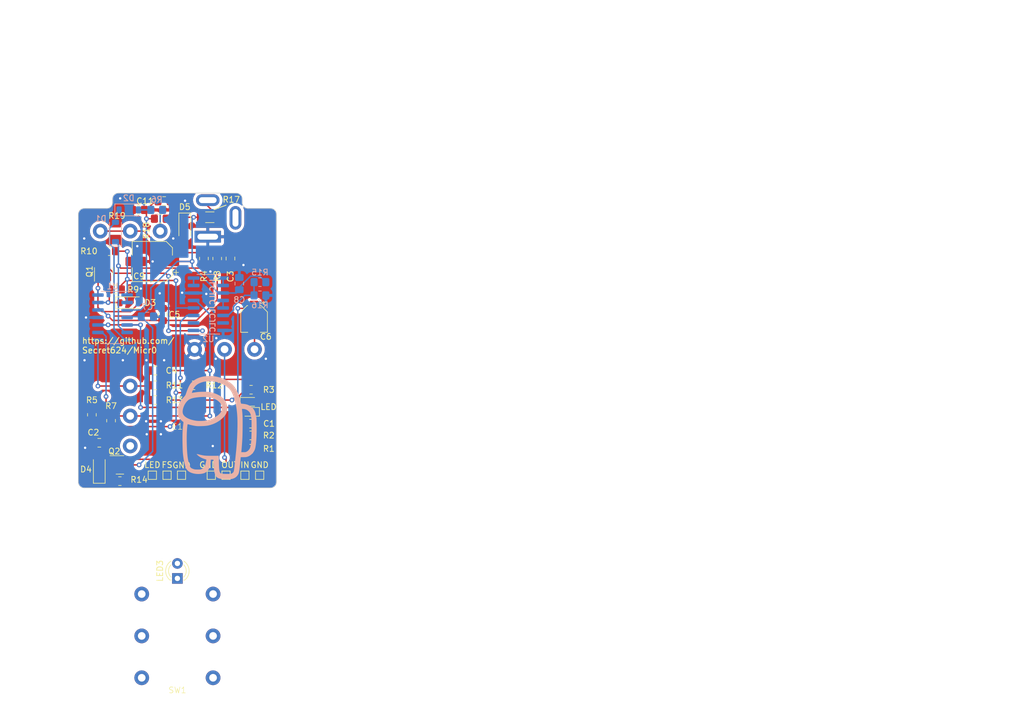
<source format=kicad_pcb>
(kicad_pcb (version 20221018) (generator pcbnew)
  (layers (0 "F.Cu" signal) (31 "B.Cu" signal) (34 "B.Paste" user) (35 "F.Paste" user) (36 "B.SilkS" user "B.Silkscreen") (37 "F.SilkS" user "F.Silkscreen") (38 "B.Mask" user) (39 "F.Mask" user) (44 "Edge.Cuts" user))
  (net 0 "")
  (net 1 "GND")
  (net 2 "Net-(U1B-+)")
  (net 3 "Net-(LED1-K)")
  (net 4 "Net-(C2-Pad1)")
  (net 5 "+5V")
  (net 6 "Net-(C3-Pad1)")
  (net 8 "Net-(C4-Pad1)")
  (net 9 "Net-(U1C--)")
  (net 10 "Net-(U1D-+)")
  (net 11 "Net-(C6-Pad1)")
  (net 12 "Net-(C6-Pad2)")
  (net 13 "+9V")
  (net 14 "Net-(D1-K)")
  (net 15 "Net-(D1-A)")
  (net 16 "Net-(D2-A)")
  (net 17 "Net-(D3-K)")
  (net 18 "Net-(D3-A)")
  (net 19 "FS_engi")
  (net 20 "Net-(LED3-A)")
  (net 21 "Net-(Q1-C)")
  (net 22 "Net-(Q2-S)")
  (net 23 "IN_engi_pcb")
  (net 24 "Net-(R6-Pad2)")
  (net 25 "Net-(U2C-+)")
  (net 26 "Net-(U2A-+)")
  (net 27 "OUT_engi_pcb")
  (net 28 "IN_engi")
  (net 29 "OUT_engi")
  (net 31 "Net-(U2-Pad7)")
  (net 32 "Net-(U2-Pad10)")
  (net 33 "Net-(U2A--)")
  (net 35 "Net-(U1A-+)")
  (net 36 "Net-(J3-Pad2)")
  (footprint "Resistor_SMD:R_0805_2012Metric_Pad1.20x1.40mm_HandSolder" (layer "F.Cu") (at 118.25 56.5 -90)
    (fp_text reference "R8")
    (fp_text value "1k")
  )
  (footprint "LED_SMD:LED_0603_1608Metric_Pad1.05x0.95mm_HandSolder" (layer "F.Cu") (at 123.75 82.5 180)
    (fp_text reference "LED2" hide)
    (fp_text value "LED_Small")
  )
  (footprint "Capacitor_SMD:C_0805_2012Metric_Pad1.18x1.45mm_HandSolder" (layer "F.Cu") (at 109.25 46.75 180)
    (fp_text reference "C11")
    (fp_text value "1uF")
  )
  (footprint "Resistor_SMD:R_0805_2012Metric_Pad1.20x1.40mm_HandSolder" (layer "F.Cu") (at 108.6 49.75 180)
    (fp_text reference "R18")
    (fp_text value "1M")
  )
  (footprint "Capacitor_SMD:C_0805_2012Metric_Pad1.18x1.45mm_HandSolder" (layer "F.Cu") (at 124 84.5)
    (fp_text reference "C1")
    (fp_text value "10nF")
  )
  (footprint "TestPoint:TestPoint_Pad_1.0x1.0mm" (layer "F.Cu") (at 112.2 93.25)
    (fp_text reference "TP7" hide)
    (fp_text value "GND")
  )
  (footprint "Capacitor_SMD:C_0805_2012Metric_Pad1.18x1.45mm_HandSolder" (layer "F.Cu") (at 107.765476 75.5)
    (fp_text reference "C4")
    (fp_text value "100pF")
  )
  (footprint "Resistor_SMD:R_0805_2012Metric_Pad1.20x1.40mm_HandSolder" (layer "F.Cu") (at 124 86.5)
    (fp_text reference "R2")
    (fp_text value "1k")
  )
  (footprint "Diode_SMD:D_SOD-123F" (layer "F.Cu") (at 112.75 51 -90)
    (fp_text reference "D5")
    (fp_text value "1N4001")
  )
  (footprint "Resistor_SMD:R_0805_2012Metric_Pad1.20x1.40mm_HandSolder" (layer "F.Cu") (at 114.25 78 180)
    (fp_text reference "R12")
    (fp_text value "220Ω")
  )
  (footprint "Capacitor_SMD:C_0805_2012Metric_Pad1.18x1.45mm_HandSolder" (layer "F.Cu") (at 98.25 87.75)
    (fp_text reference "C2")
    (fp_text value "4.7nF")
  )
  (footprint "Resistor_SMD:R_0805_2012Metric_Pad1.20x1.40mm_HandSolder" (layer "F.Cu") (at 100.25 84 90)
    (fp_text reference "R7")
    (fp_text value "10k")
  )
  (footprint "Resistor_SMD:R_0805_2012Metric_Pad1.20x1.40mm_HandSolder" (layer "F.Cu") (at 124 88.75)
    (fp_text reference "R1")
    (fp_text value "1M")
  )
  (footprint "Enclosure:1590B" (layer "F.Cu") (at 111.5 85.5)
    (fp_text reference "E1")
    (fp_text value "~")
  )
  (footprint "Potentiometer_THT:UT right angle long pin" (layer "F.Cu") (at 103.5 51.85 180)
    (fp_text reference "RV2" hide)
    (fp_text value "R_Potentiometer")
  )
  (footprint "TestPoint:TestPoint_Pad_1.0x1.0mm" (layer "F.Cu") (at 119.75 93.25)
    (fp_text reference "TP1" hide)
    (fp_text value "OUT")
  )
  (footprint "Resistor_SMD:R_0805_2012Metric_Pad1.20x1.40mm_HandSolder" (layer "F.Cu") (at 107.765476 80.5)
    (fp_text reference "R13")
    (fp_text value "1k")
  )
  (footprint "TestPoint:TestPoint_Pad_1.0x1.0mm" (layer "F.Cu") (at 107.25 93.25)
    (fp_text reference "TP6" hide)
    (fp_text value "LED")
  )
  (footprint "Resistor_SMD:R_0805_2012Metric_Pad1.20x1.40mm_HandSolder" (layer "F.Cu") (at 124 78.75 180)
    (fp_text reference "R3")
    (fp_text value "1M")
  )
  (footprint "Resistor_SMD:R_0805_2012Metric_Pad1.20x1.40mm_HandSolder" (layer "F.Cu") (at 97 83 90)
    (fp_text reference "R5")
    (fp_text value "10k")
  )
  (footprint "Package_TO_SOT_SMD:SOT-23" (layer "F.Cu") (at 99 58.6875 90)
    (fp_text reference "Q1")
    (fp_text value "BC807")
  )
  (footprint "TestPoint:TestPoint_Pad_1.0x1.0mm" (layer "F.Cu") (at 125.45 93.25)
    (fp_text reference "TP2" hide)
    (fp_text value "GND")
  )
  (footprint "LED_THT:LED_D3.0mm" (layer "F.Cu") (at 111.5 110.75 90)
    (fp_text reference "LED3")
    (fp_text value "LED_Small")
  )
  (footprint "Capacitor_SMD:C_0805_2012Metric_Pad1.18x1.45mm_HandSolder" (layer "F.Cu") (at 109 66 90)
    (fp_text reference "C5")
    (fp_text value "1uF")
  )
  (footprint "Resistor_SMD:R_0805_2012Metric_Pad1.20x1.40mm_HandSolder" (layer "F.Cu") (at 101 61.75 180)
    (fp_text reference "R9")
    (fp_text value "1k")
  )
  (footprint "Resistor_SMD:R_1206_3216Metric_Pad1.30x1.75mm_HandSolder" (layer "F.Cu") (at 117 49.5 180)
    (fp_text reference "R17")
    (fp_text value "39Ω")
  )
  (footprint "Resistor_SMD:R_0805_2012Metric_Pad1.20x1.40mm_HandSolder" (layer "F.Cu") (at 101.75 94.25)
    (fp_text reference "R14")
    (fp_text value "4.7k")
  )
  (footprint "Diode_SMD:D_SOD-123" (layer "F.Cu") (at 98.25 92.25 90)
    (fp_text reference "D4")
    (fp_text value "1N4148W")
  )
  (footprint "Diode_SMD:D_SOD-123" (layer "F.Cu") (at 103.4 64)
    (fp_text reference "D3")
    (fp_text value "1N4148W")
  )
  (footprint "Capacitor_SMD:CP_Elec_6.3x5.4" (layer "F.Cu") (at 107.25 57 180)
    (fp_text reference "C9")
    (fp_text value "100uF")
  )
  (footprint "LED_SMD:LED_0603_1608Metric_Pad1.05x0.95mm_HandSolder" (layer "F.Cu") (at 123.8 80.8)
    (fp_text reference "LED1" hide)
    (fp_text value "LED_Small")
  )
  (footprint "Resistor_SMD:R_0805_2012Metric_Pad1.20x1.40mm_HandSolder" (layer "F.Cu") (at 116 56.5 -90)
    (fp_text reference "R4")
    (fp_text value "470k")
  )
  (footprint "Resistor_SMD:R_0805_2012Metric_Pad1.20x1.40mm_HandSolder" (layer "F.Cu") (at 104.9 48.25 180)
    (fp_text reference "R19")
    (fp_text value "1M")
  )
  (footprint "Potentiometer_THT:UT right angle long pin" (layer "F.Cu") (at 103.5 83.2 -90)
    (fp_text reference "RV3" hide)
    (fp_text value "R_Potentiometer")
  )
  (footprint "Resistor_SMD:R_0805_2012Metric_Pad1.20x1.40mm_HandSolder" (layer "F.Cu") (at 107.75 78 180)
    (fp_text reference "R11")
    (fp_text value "10k")
  )
  (footprint "TestPoint:TestPoint_Pad_1.0x1.0mm" (layer "F.Cu") (at 122.95 93.25)
    (fp_text reference "TP3" hide)
    (fp_text value "IN")
  )
  (footprint "TestPoint:TestPoint_Pad_1.0x1.0mm" (layer "F.Cu") (at 117.25 93.25)
    (fp_text reference "TP5" hide)
    (fp_text value "GND")
  )
  (footprint "Capacitor_SMD:C_0805_2012Metric_Pad1.18x1.45mm_HandSolder" (layer "F.Cu") (at 120.5 56.5 -90)
    (fp_text reference "C3")
    (fp_text value "1uF")
  )
  (footprint "Resistor_SMD:R_0805_2012Metric_Pad1.20x1.40mm_HandSolder" (layer "F.Cu") (at 100 55.25 180)
    (fp_text reference "R10")
    (fp_text value "1M")
  )
  (footprint "TestPoint:TestPoint_Pad_1.0x1.0mm" (layer "F.Cu") (at 109.75 93.25)
    (fp_text reference "TP4" hide)
    (fp_text value "FS")
  )
  (footprint "Potentiometer_THT:UT right angle long pin" (layer "F.Cu") (at 119.5 71.9)
    (fp_text reference "RV1" hide)
    (fp_text value "R_Potentiometer")
  )
  (footprint "Capacitor_SMD:CP_Elec_4x5.4" (layer "F.Cu") (at 124.5 66.75 -90)
    (fp_text reference "C6")
    (fp_text value "10uF")
  )
  (footprint "Button_Switch_THT:Ural dpdt" (layer "F.Cu") (at 111.5 120.5)
    (fp_text reference "SW1")
    (fp_text value "SW_DPDT_x2")
  )
  (footprint "Package_TO_SOT_SMD:SOT-23" (layer "F.Cu") (at 101.75 91.5)
    (fp_text reference "Q2")
    (fp_text value "MMBF170")
  )
  (footprint "Diode_SMD:D_SOD-123" (layer "B.Cu") (at 103.25 48.25)
    (fp_text reference "D2")
    (fp_text value "1N4148W")
  )
  (footprint "Resistor_SMD:R_0805_2012Metric_Pad1.20x1.40mm_HandSolder" (layer "B.Cu") (at 125.5 62.75)
    (fp_text reference "R16")
    (fp_text value "10k")
  )
  (footprint "Package_SO:SOP-16_3.9x9.9mm_P1.27mm" (layer "B.Cu") (at 116.75 64.25)
    (fp_text reference "U2")
    (fp_text value "LM13700")
  )
  (footprint "Connector_BarrelJack:BarrelJack_Kycon_KLDX-0202-xC_Horizontal" (layer "B.Cu") (at 116.65 52.8 -90)
    (fp_text reference "J3" hide)
    (fp_text value "Barrel_Jack_Switch")
  )
  (footprint "Diode_SMD:D_SOD-123" (layer "B.Cu") (at 101 52 90)
    (fp_text reference "D1")
    (fp_text value "1N4148W")
  )
  (footprint "Resistor_SMD:R_0805_2012Metric_Pad1.20x1.40mm_HandSolder" (layer "B.Cu") (at 125.5 60.5 180)
    (fp_text reference "R15")
    (fp_text value "10k")
  )
  (footprint "Package_SO:SO-14_3.9x8.65mm_P1.27mm" (layer "B.Cu") (at 100.5 66.5 180)
    (fp_text reference "U1")
    (fp_text value "TL074")
  )
  (footprint "Capacitor_SMD:C_0805_2012Metric_Pad1.18x1.45mm_HandSolder" (layer "B.Cu") (at 106.4 66.35)
    (fp_text reference "C7")
    (fp_text value "10nF")
  )
  (footprint "Connector_Audio:PJ-612" (layer "B.Cu") (at 114.7 97.8 -90)
    (fp_text reference "J2")
    (fp_text value "AudioJack2")
  )
  (footprint "Capacitor_SMD:C_0805_2012Metric_Pad1.18x1.45mm_HandSolder" (layer "B.Cu") (at 122 60.75 90)
    (fp_text reference "C8")
    (fp_text value "10nF")
  )
  (footprint "Resistor_SMD:R_0805_2012Metric_Pad1.20x1.40mm_HandSolder" (layer "B.Cu") (at 108 48.25)
    (fp_text reference "R6")
    (fp_text value "100Ω")
  )
  (footprint "Connector_Audio:PJ-612" (layer "B.Cu") (at 108.3 81.9 90)
    (fp_text reference "J1")
    (fp_text value "AudioJack2")
  )
  (gr_poly (pts (xy 116.723731 76.4374) (xy 116.481417 76.446199) (xy 116.261923 76.461034) (xy 116.076825 76.481863) (xy 115.872008 76.517168) (xy 115.671909 76.560742) (xy 115.476947 76.612335) (xy 115.28754 76.671701) (xy 115.104107 76.738591) (xy 114.927066 76.812757) (xy 114.756836 76.893951) (xy 114.593835 76.981925) (xy 114.438483 77.076431) (xy 114.291198 77.17722) (xy 114.152397 77.284046) (xy 114.022501 77.396659) (xy 113.901927 77.514812) (xy 113.791094 77.638257) (xy 113.739461 77.701886) (xy 113.69042 77.766745) (xy 113.644024 77.832803) (xy 113.600325 77.900029) (xy 113.527344 78.025382) (xy 113.449733 78.173928) (xy 113.369145 78.341738) (xy 113.287235 78.524886) (xy 113.205655 78.719445) (xy 113.126059 78.921486) (xy 113.050102 79.127082) (xy 112.979436 79.332307) (xy 112.937647 79.454945) (xy 112.919261 79.506474) (xy 112.90177 79.552737) (xy 112.884588 79.594681) (xy 112.867133 79.633249) (xy 112.84882 79.669389) (xy 112.829065 79.704046) (xy 112.807284 79.738165) (xy 112.782893 79.772693) (xy 112.75531 79.808575) (xy 112.723948 79.846756) (xy 112.688225 79.888182) (xy 112.647557 79.9338) (xy 112.549047 80.04139) (xy 112.413717 80.189688) (xy 112.299181 80.32025) (xy 112.248665 80.380366) (xy 112.202092 80.437831) (xy 112.159043 80.49324) (xy 112.1191 80.547185) (xy 112.081844 80.600263) (xy 112.046856 80.653067) (xy 112.013719 80.706191) (xy 111.982013 80.76023) (xy 111.95132 80.815778) (xy 111.921221 80.873429) (xy 111.891298 80.933778) (xy 111.861132 80.997418) (xy 111.775471 81.191094) (xy 111.701045 81.380506) (xy 111.637842 81.565608) (xy 111.585854 81.746354) (xy 111.545069 81.922698) (xy 111.515478 82.094592) (xy 111.497069 82.26199) (xy 111.489832 82.424845) (xy 111.493758 82.583112) (xy 111.508835 82.736744) (xy 111.535054 82.885693) (xy 111.572404 83.029914) (xy 111.620875 83.169361) (xy 111.680456 83.303985) (xy 111.751137 83.433742) (xy 111.832908 83.558585) (xy 111.867021 83.603699) (xy 111.905393 83.651278) (xy 111.94732 83.700646) (xy 111.992099 83.751124) (xy 112.039028 83.802036) (xy 112.087404 83.852706) (xy 112.136525 83.902456) (xy 112.185686 83.950609) (xy 112.234186 83.996488) (xy 112.281322 84.039416) (xy 112.326391 84.078717) (xy 112.36869 84.113713) (xy 112.407516 84.143728) (xy 112.442167 84.168084) (xy 112.471939 84.186104) (xy 112.484777 84.192527) (xy 112.496131 84.197112) (xy 112.502329 84.200095) (xy 112.507686 84.205263) (xy 112.512184 84.212902) (xy 112.515809 84.223295) (xy 112.518546 84.236726) (xy 112.520378 84.253481) (xy 112.52129 84.273842) (xy 112.521267 84.298095) (xy 112.518352 84.359411) (xy 112.51151 84.439702) (xy 112.500616 84.541243) (xy 112.485547 84.666307) (xy 112.447114 84.994066) (xy 112.416204 85.319221) (xy 112.392405 85.650742) (xy 112.375304 85.997601) (xy 112.364486 86.368769) (xy 112.359539 86.773217) (xy 112.360049 87.219915) (xy 112.365603 87.717834) (xy 112.37795 88.274672) (xy 112.392943 88.785869) (xy 112.409259 89.195201) (xy 112.4175 89.344098) (xy 112.425576 89.446445) (xy 112.455333 89.728972) (xy 112.487691 89.999604) (xy 112.5226 90.258101) (xy 112.560017 90.504228) (xy 112.599893 90.737745) (xy 112.642182 90.958415) (xy 112.686838 91.166001) (xy 112.733815 91.360265) (xy 112.783065 91.540969) (xy 112.834542 91.707875) (xy 112.888201 91.860746) (xy 112.943993 91.999343) (xy 113.001873 92.123431) (xy 113.061795 92.232769) (xy 113.123711 92.327122) (xy 113.187575 92.40625) (xy 113.266031 92.485391) (xy 113.354187 92.559984) (xy 113.451489 92.629865) (xy 113.557385 92.694867) (xy 113.671322 92.754825) (xy 113.792747 92.809575) (xy 113.921107 92.85895) (xy 114.055849 92.902785) (xy 114.19642 92.940916) (xy 114.342267 92.973175) (xy 114.492838 92.9994) (xy 114.647579 93.019422) (xy 114.805937 93.033079) (xy 114.967359 93.040203) (xy 115.131293 93.040631) (xy 115.297186 93.034195) (xy 115.405389 93.025906) (xy 115.507971 93.015509) (xy 115.60526 93.002879) (xy 115.697589 92.987893) (xy 115.785287 92.970426) (xy 115.868686 92.950355) (xy 115.948116 92.927555) (xy 116.023908 92.901903) (xy 116.096393 92.873274) (xy 116.165901 92.841545) (xy 116.232764 92.806591) (xy 116.297311 92.768288) (xy 116.359874 92.726513) (xy 116.420783 92.681141) (xy 116.48037 92.632048) (xy 116.538964 92.579111) (xy 116.602944 92.5147) (xy 116.663855 92.444656) (xy 116.721604 92.369217) (xy 116.776097 92.288621) (xy 116.827241 92.203106) (xy 116.874943 92.112908) (xy 116.919111 92.018266) (xy 116.959651 91.919418) (xy 116.996471 91.816601) (xy 117.029477 91.710053) (xy 117.058576 91.600011) (xy 117.083675 91.486714) (xy 117.104681 91.370399) (xy 117.121502 91.251304) (xy 117.134044 91.129666) (xy 117.142214 91.005724) (xy 117.163381 90.610611) (xy 117.604353 90.610611) (xy 117.625519 91.164473) (xy 117.644371 91.563539) (xy 117.655223 91.743058) (xy 117.667191 91.910267) (xy 117.680399 92.065942) (xy 117.694972 92.210859) (xy 117.711033 92.345791) (xy 117.728707 92.471515) (xy 117.748116 92.588805) (xy 117.769386 92.698436) (xy 117.792641 92.801184) (xy 117.818004 92.897825) (xy 117.845599 92.989132) (xy 117.875551 93.075881) (xy 117.907983 93.158848) (xy 117.94302 93.238807) (xy 117.975807 93.307367) (xy 118.009696 93.370409) (xy 118.045207 93.428283) (xy 118.082863 93.48134) (xy 118.123185 93.529933) (xy 118.166695 93.574413) (xy 118.213917 93.61513) (xy 118.26537 93.652437) (xy 118.321578 93.686685) (xy 118.383061 93.718225) (xy 118.450343 93.747408) (xy 118.523945 93.774587) (xy 118.604389 93.800111) (xy 118.692197 93.824334) (xy 118.78789 93.847606) (xy 118.891992 93.870278) (xy 118.967947 93.88334) (xy 119.060595 93.894738) (xy 119.286331 93.912501) (xy 119.549936 93.923484) (xy 119.832144 93.927604) (xy 120.113691 93.924779) (xy 120.375312 93.914926) (xy 120.597741 93.897962) (xy 120.688238 93.886788) (xy 120.761714 93.873806) (xy 120.85108 93.852443) (xy 120.937889 93.826759) (xy 121.022062 93.796818) (xy 121.103522 93.762681) (xy 121.182192 93.724409) (xy 121.257993 93.682065) (xy 121.330849 93.635712) (xy 121.400682 93.58541) (xy 121.467415 93.531222) (xy 121.530969 93.47321) (xy 121.591268 93.411436) (xy 121.648233 93.345962) (xy 121.701788 93.27685) (xy 121.751855 93.204162) (xy 121.798356 93.127961) (xy 121.841214 93.048307) (xy 121.882396 92.953435) (xy 121.919982 92.831734) (xy 121.955997 92.669601) (xy 121.992467 92.453435) (xy 122.031417 92.169635) (xy 122.074873 91.8046) (xy 122.183408 90.776418) (xy 122.24338 90.187279) (xy 122.691408 90.187279) (xy 122.81355 90.186563) (xy 122.919776 90.184192) (xy 122.967735 90.182284) (xy 123.012691 90.179838) (xy 123.05497 90.176813) (xy 123.094897 90.173168) (xy 123.1328 90.168861) (xy 123.169001 90.163852) (xy 123.203829 90.158099) (xy 123.237607 90.15156) (xy 123.270662 90.144194) (xy 123.303319 90.13596) (xy 123.335903 90.126817) (xy 123.368741 90.116722) (xy 123.47661 90.079385) (xy 123.582964 90.03382) (xy 123.687365 89.980483) (xy 123.789374 89.919829) (xy 123.88855 89.852312) (xy 123.984455 89.778387) (xy 124.076651 89.698509) (xy 124.164696 89.613133) (xy 124.248153 89.522713) (xy 124.326581 89.427704) (xy 124.399542 89.328561) (xy 124.466597 89.225738) (xy 124.527305 89.119691) (xy 124.581229 89.010874) (xy 124.627928 88.899742) (xy 124.666963 88.78675) (xy 124.702299 88.657789) (xy 124.7355 88.508297) (xy 124.795231 88.151254) (xy 124.845619 87.722691) (xy 124.886126 87.229677) (xy 124.916216 86.679282) (xy 124.93535 86.078575) (xy 124.942991 85.434624) (xy 124.938602 84.754501) (xy 124.934073 84.440088) (xy 124.081407 84.440088) (xy 124.081352 85.266029) (xy 124.076646 85.934536) (xy 124.064871 86.520319) (xy 124.045571 87.02896) (xy 124.032958 87.256096) (xy 124.018293 87.466039) (xy 124.00152 87.659487) (xy 123.982581 87.837138) (xy 123.961421 87.999688) (xy 123.937981 88.147837) (xy 123.912206 88.282281) (xy 123.884038 88.403718) (xy 123.85342 88.512845) (xy 123.820297 88.610361) (xy 123.800779 88.65753) (xy 123.778087 88.704936) (xy 123.75244 88.752322) (xy 123.724055 88.799428) (xy 123.693147 88.845997) (xy 123.659934 88.891771) (xy 123.624634 88.93649) (xy 123.587463 88.979896) (xy 123.548639 89.021732) (xy 123.508378 89.061738) (xy 123.466897 89.099656) (xy 123.424414 89.135229) (xy 123.381145 89.168197) (xy 123.337308 89.198302) (xy 123.29312 89.225285) (xy 123.248797 89.24889) (xy 123.19187 89.276126) (xy 123.165562 89.287484) (xy 123.139987 89.297451) (xy 123.114619 89.306117) (xy 123.088931 89.313568) (xy 123.062395 89.319892) (xy 123.034484 89.325178) (xy 123.004672 89.329512) (xy 122.972431 89.332984) (xy 122.937234 89.335681) (xy 122.898555 89.33769) (xy 122.808637 89.339998) (xy 122.698463 89.340612) (xy 122.331574 89.340612) (xy 122.352741 89.171279) (xy 122.387578 88.827982) (xy 122.432998 88.274341) (xy 122.479741 87.629419) (xy 122.518547 87.012278) (xy 122.534146 86.624333) (xy 122.548092 86.075653) (xy 122.55873 85.439661) (xy 122.564408 84.789779) (xy 122.564662 84.466436) (xy 121.689354 84.466436) (xy 121.685557 85.044068) (xy 121.67188 85.671724) (xy 121.627673 86.843607) (xy 121.59883 87.388207) (xy 121.564283 87.921563) (xy 121.523121 88.455911) (xy 121.474435 89.003488) (xy 121.350853 90.187279) (xy 121.192102 91.651307) (xy 121.168793 91.850019) (xy 121.146517 92.027896) (xy 121.125316 92.184607) (xy 121.105231 92.31982) (xy 121.086303 92.433205) (xy 121.068575 92.524431) (xy 121.060173 92.561631) (xy 121.052087 92.593168) (xy 121.044321 92.618999) (xy 121.03688 92.639084) (xy 121.019514 92.675839) (xy 121.000479 92.710708) (xy 120.97976 92.743706) (xy 120.95734 92.774849) (xy 120.933204 92.804152) (xy 120.907338 92.831631) (xy 120.879724 92.857301) (xy 120.850349 92.881178) (xy 120.819196 92.903277) (xy 120.786249 92.923615) (xy 120.751494 92.942205) (xy 120.714915 92.959065) (xy 120.676496 92.974208) (xy 120.636222 92.987652) (xy 120.594078 92.999411) (xy 120.550047 93.0095) (xy 120.493456 93.018522) (xy 120.418127 93.025782) (xy 120.222294 93.035242) (xy 119.984624 93.038335) (xy 119.727193 93.035517) (xy 119.472077 93.027242) (xy 119.241352 93.013965) (xy 119.057094 92.99614) (xy 118.98929 92.985664) (xy 118.94138 92.974222) (xy 118.888301 92.954163) (xy 118.840033 92.926363) (xy 118.796343 92.889778) (xy 118.756999 92.843364) (xy 118.721769 92.786077) (xy 118.690419 92.716874) (xy 118.662718 92.63471) (xy 118.638433 92.538542) (xy 118.61733 92.427326) (xy 118.599179 92.300017) (xy 118.583746 92.155573) (xy 118.570798 91.992949) (xy 118.55143 91.608987) (xy 118.539214 91.139778) (xy 118.535789 90.942912) (xy 118.531 90.754809) (xy 118.525137 90.579936) (xy 118.518488 90.422757) (xy 118.511343 90.287737) (xy 118.503991 90.179341) (xy 118.496721 90.102033) (xy 118.493208 90.076433) (xy 118.489824 90.060279) (xy 118.454547 89.950917) (xy 117.389158 89.954445) (xy 117.000517 89.954266) (xy 116.679138 89.949705) (xy 116.405963 89.938694) (xy 116.281496 89.930124) (xy 116.161933 89.919167) (xy 116.044892 89.905564) (xy 115.92799 89.889057) (xy 115.808846 89.869387) (xy 115.685076 89.846296) (xy 115.414133 89.788818) (xy 115.096103 89.714556) (xy 115.027717 89.698385) (xy 114.963756 89.684404) (xy 114.905665 89.672822) (xy 114.879273 89.667994) (xy 114.854891 89.663844) (xy 114.8327 89.660396) (xy 114.812881 89.657677) (xy 114.795615 89.655713) (xy 114.781083 89.654528) (xy 114.769465 89.65415) (xy 114.760943 89.654604) (xy 114.757899 89.655151) (xy 114.755697 89.655916) (xy 114.754359 89.656902) (xy 114.753908 89.658112) (xy 114.755088 89.661852) (xy 114.758552 89.667696) (xy 114.764187 89.675514) (xy 114.771878 89.685177) (xy 114.792976 89.70952) (xy 114.820936 89.739692) (xy 114.85485 89.77466) (xy 114.893807 89.813389) (xy 114.936898 89.854847) (xy 114.983214 89.898) (xy 115.032904 89.943143) (xy 115.085389 89.987283) (xy 115.140654 90.030411) (xy 115.198684 90.072515) (xy 115.259463 90.113586) (xy 115.322976 90.153613) (xy 115.389207 90.192586) (xy 115.458141 90.230494) (xy 115.529762 90.267327) (xy 115.604055 90.303075) (xy 115.681003 90.337728) (xy 115.760593 90.371274) (xy 115.842807 90.403705) (xy 115.927632 90.435009) (xy 116.01505 90.465176) (xy 116.105047 90.494196) (xy 116.411964 90.592972) (xy 116.390797 90.751723) (xy 116.370822 90.882582) (xy 116.346094 91.018071) (xy 116.317809 91.153559) (xy 116.287169 91.284418) (xy 116.25537 91.406016) (xy 116.223614 91.513723) (xy 116.208125 91.560921) (xy 116.193097 91.60291) (xy 116.178678 91.639111) (xy 116.16502 91.668946) (xy 116.142602 91.711127) (xy 116.117808 91.752895) (xy 116.090823 91.794085) (xy 116.061832 91.83453) (xy 116.031023 91.874066) (xy 115.99858 91.912527) (xy 115.964691 91.949748) (xy 115.92954 91.985563) (xy 115.893315 92.019807) (xy 115.856201 92.052315) (xy 115.818384 92.082921) (xy 115.780051 92.11146) (xy 115.741386 92.137767) (xy 115.702577 92.161676) (xy 115.663809 92.183022) (xy 115.625269 92.201639) (xy 115.566792 92.226541) (xy 115.539282 92.23694) (xy 115.511995 92.246068) (xy 115.484232 92.253996) (xy 115.455295 92.260799) (xy 115.424489 92.266547) (xy 115.391113 92.271313) (xy 115.354472 92.27517) (xy 115.313868 92.278189) (xy 115.217977 92.282006) (xy 115.09786 92.283343) (xy 114.947937 92.282778) (xy 114.798447 92.282165) (xy 114.734492 92.281266) (xy 114.676738 92.279857) (xy 114.624442 92.277847) (xy 114.576858 92.275151) (xy 114.533243 92.271679) (xy 114.492853 92.267344) (xy 114.454943 92.262059) (xy 114.418769 92.255734) (xy 114.383588 92.248284) (xy 114.348654 92.239618) (xy 114.313225 92.229651) (xy 114.276555 92.218293) (xy 114.196519 92.191056) (xy 114.112311 92.159849) (xy 114.036474 92.129092) (xy 113.968285 92.097829) (xy 113.907021 92.065103) (xy 113.851958 92.029959) (xy 113.802373 91.99144) (xy 113.779408 91.970617) (xy 113.757542 91.948591) (xy 113.736683 91.925244) (xy 113.716742 91.900455) (xy 113.679249 91.846077) (xy 113.64434 91.7845) (xy 113.611291 91.714769) (xy 113.579379 91.635927) (xy 113.547881 91.547019) (xy 113.516072 91.447088) (xy 113.48323 91.335178) (xy 113.448631 91.210334) (xy 113.372411 90.910693) (xy 113.307189 90.601131) (xy 113.252053 90.272717) (xy 113.206096 89.916522) (xy 113.168406 89.523616) (xy 113.138076 89.085069) (xy 113.114194 88.591952) (xy 113.095853 88.035334) (xy 113.085573 87.59286) (xy 113.081081 87.166509) (xy 113.082211 86.758513) (xy 113.088798 86.371105) (xy 113.100676 86.006518) (xy 113.117681 85.666983) (xy 113.139647 85.354733) (xy 113.166409 85.072001) (xy 113.174002 85.010396) (xy 113.180851 84.950899) (xy 113.186873 84.894958) (xy 113.191985 84.844018) (xy 113.196105 84.799528) (xy 113.199151 84.762935) (xy 113.201039 84.735684) (xy 113.201686 84.719223) (xy 113.202906 84.695611) (xy 113.20549 84.675023) (xy 113.20981 84.657421) (xy 113.212738 84.649729) (xy 113.216239 84.64277) (xy 113.22036 84.636539) (xy 113.225148 84.631033) (xy 113.230649 84.626246) (xy 113.236909 84.622175) (xy 113.243976 84.618814) (xy 113.251895 84.616159) (xy 113.260714 84.614205) (xy 113.270478 84.612949) (xy 113.29303 84.612509) (xy 113.319922 84.614803) (xy 113.351527 84.619794) (xy 113.388218 84.627446) (xy 113.430365 84.637724) (xy 113.478341 84.65059) (xy 113.59327 84.683946) (xy 113.670784 84.705994) (xy 113.760949 84.729366) (xy 113.86054 84.753399) (xy 113.966332 84.777432) (xy 114.075101 84.800803) (xy 114.183621 84.822852) (xy 114.288669 84.842916) (xy 114.38702 84.860334) (xy 114.527104 84.883892) (xy 114.651768 84.901951) (xy 114.770066 84.914967) (xy 114.891051 84.923393) (xy 115.023777 84.927686) (xy 115.177297 84.928299) (xy 115.360666 84.925687) (xy 115.582936 84.920306) (xy 115.86593 84.910653) (xy 116.114528 84.896659) (xy 116.228513 84.887608) (xy 116.336999 84.87696) (xy 116.44102 84.864545) (xy 116.54161 84.850192) (xy 116.639802 84.833731) (xy 116.73663 84.81499) (xy 116.833127 84.7938) (xy 116.930327 84.76999) (xy 117.029263 84.74339) (xy 117.130969 84.713828) (xy 117.346825 84.64514) (xy 117.480117 84.598611) (xy 117.612628 84.547747) (xy 117.744157 84.492676) (xy 117.874503 84.433528) (xy 118.003464 84.370432) (xy 118.130839 84.303517) (xy 118.256425 84.232912) (xy 118.380023 84.158747) (xy 118.501428 84.081151) (xy 118.620442 84.000252) (xy 118.736861 83.916181) (xy 118.850485 83.829066) (xy 118.961111 83.739036) (xy 119.068539 83.646221) (xy 119.172566 83.55075) (xy 119.272991 83.452752) (xy 119.364195 83.35826) (xy 119.447492 83.266172) (xy 119.523162 83.17583) (xy 119.591484 83.086579) (xy 119.652736 82.997762) (xy 119.707197 82.908722) (xy 119.755148 82.818805) (xy 119.796866 82.727352) (xy 119.832632 82.633708) (xy 119.862723 82.537217) (xy 119.887419 82.437222) (xy 119.906999 82.333068) (xy 119.921743 82.224097) (xy 119.931928 82.109653) (xy 119.937835 81.989081) (xy 119.939742 81.861724) (xy 119.040158 81.861724) (xy 119.039545 81.972215) (xy 119.038647 82.019822) (xy 119.037237 82.063027) (xy 119.035227 82.102346) (xy 119.032531 82.138295) (xy 119.029059 82.171392) (xy 119.024724 82.202154) (xy 119.019438 82.231096) (xy 119.013114 82.258736) (xy 119.005663 82.28559) (xy 118.996998 82.312176) (xy 118.98703 82.33901) (xy 118.975673 82.366609) (xy 118.962837 82.395489) (xy 118.948436 82.426168) (xy 118.924398 82.47381) (xy 118.896036 82.522713) (xy 118.863487 82.572733) (xy 118.826893 82.623724) (xy 118.786391 82.675541) (xy 118.742123 82.728041) (xy 118.694226 82.781078) (xy 118.642842 82.834508) (xy 118.588109 82.888186) (xy 118.530167 82.941968) (xy 118.469155 82.995708) (xy 118.405213 83.049262) (xy 118.338481 83.102485) (xy 118.269098 83.155233) (xy 118.197203 83.207361) (xy 118.122936 83.258724) (xy 117.978423 83.354296) (xy 117.835491 83.442706) (xy 117.693489 83.524149) (xy 117.551767 83.598823) (xy 117.409672 83.666924) (xy 117.266554 83.728648) (xy 117.121762 83.784192) (xy 116.974645 83.833751) (xy 116.82455 83.877523) (xy 116.670829 83.915703) (xy 116.512828 83.948488) (xy 116.349897 83.976075) (xy 116.181386 83.998659) (xy 116.006642 84.016437) (xy 115.825015 84.029606) (xy 115.635853 84.038362) (xy 115.401331 84.043681) (xy 115.190416 84.043213) (xy 114.995954 84.03613) (xy 114.902658 84.029849) (xy 114.810793 84.021605) (xy 114.719466 84.011294) (xy 114.627783 83.998813) (xy 114.534849 83.984057) (xy 114.43977 83.966925) (xy 114.239603 83.925115) (xy 114.02013 83.872557) (xy 113.880654 83.834844) (xy 113.745535 83.793271) (xy 113.615077 83.748029) (xy 113.489585 83.69931) (xy 113.369365 83.647303) (xy 113.25472 83.592202) (xy 113.145955 83.534196) (xy 113.043377 83.473477) (xy 112.947289 83.410236) (xy 112.857996 83.344665) (xy 112.775804 83.276954) (xy 112.737466 83.242356) (xy 112.701017 83.207295) (xy 112.666496 83.171794) (xy 112.63394 83.135879) (xy 112.603389 83.099572) (xy 112.574879 83.062897) (xy 112.548449 83.025879) (xy 112.524137 82.988541) (xy 112.501981 82.950907) (xy 112.482019 82.913001) (xy 112.456455 82.855176) (xy 112.435262 82.793659) (xy 112.418346 82.728706) (xy 112.405614 82.660572) (xy 112.396972 82.589513) (xy 112.392327 82.515785) (xy 112.391585 82.439643) (xy 112.394652 82.361345) (xy 112.411839 82.199298) (xy 112.443138 82.03169) (xy 112.487801 81.860569) (xy 112.545079 81.68798) (xy 112.614221 81.51597) (xy 112.694479 81.346585) (xy 112.785103 81.181872) (xy 112.885344 81.023876) (xy 112.994452 80.874645) (xy 113.11168 80.736224) (xy 113.173103 80.671708) (xy 113.236276 80.610661) (xy 113.301103 80.55334) (xy 113.367492 80.500001) (xy 113.428317 80.456245) (xy 113.493272 80.414866) (xy 113.562681 80.375761) (xy 113.636871 80.338826) (xy 113.716166 80.303958) (xy 113.800892 80.271054) (xy 113.891375 80.24001) (xy 113.98794 80.210724) (xy 114.090913 80.18309) (xy 114.200619 80.157008) (xy 114.317385 80.132372) (xy 114.441535 80.109079) (xy 114.713291 80.066112) (xy 115.018492 80.027279) (xy 115.319924 79.999167) (xy 115.616229 79.980977) (xy 115.904267 79.972709) (xy 116.180894 79.974363) (xy 116.313947 79.97891) (xy 116.44297 79.985938) (xy 116.567569 79.995447) (xy 116.687351 80.007436) (xy 116.801925 80.021905) (xy 116.910897 80.038855) (xy 117.013874 80.058285) (xy 117.110464 80.080196) (xy 117.274497 80.123266) (xy 117.431864 80.17043) (xy 117.582512 80.221644) (xy 117.726392 80.276869) (xy 117.86345 80.336063) (xy 117.993634 80.399184) (xy 118.116895 80.466191) (xy 118.233179 80.537043) (xy 118.342435 80.611698) (xy 118.444611 80.690115) (xy 118.539656 80.772253) (xy 118.584488 80.814704) (xy 118.627518 80.85807) (xy 118.668739 80.902346) (xy 118.708145 80.947526) (xy 118.74573 80.993605) (xy 118.781486 81.040578) (xy 118.815408 81.08844) (xy 118.847489 81.137185) (xy 118.877723 81.186809) (xy 118.906102 81.237307) (xy 118.949338 81.320134) (xy 118.966944 81.355493) (xy 118.982115 81.387954) (xy 118.995033 81.418368) (xy 119.005879 81.447588) (xy 119.014834 81.476468) (xy 119.022078 81.505859) (xy 119.027793 81.536614) (xy 119.032159 81.569586) (xy 119.035356 81.605628) (xy 119.037567 81.645592) (xy 119.039752 81.740697) (xy 119.040158 81.861724) (xy 119.939742 81.861724) (xy 119.939192 81.788981) (xy 119.937495 81.719985) (xy 119.934579 81.654348) (xy 119.930371 81.591683) (xy 119.924798 81.531601) (xy 119.917789 81.473716) (xy 119.909271 81.417639) (xy 119.899172 81.362984) (xy 119.887419 81.309362) (xy 119.87394 81.256386) (xy 119.858663 81.203668) (xy 119.841515 81.150821) (xy 119.822424 81.097458) (xy 119.801317 81.04319) (xy 119.778123 80.98763) (xy 119.752769 80.930391) (xy 119.687764 80.798581) (xy 119.615716 80.67165) (xy 119.536526 80.549514) (xy 119.450097 80.432092) (xy 119.356329 80.319299) (xy 119.255125 80.211054) (xy 119.146387 80.107274) (xy 119.030016 80.007876) (xy 118.905914 79.912778) (xy 118.773983 79.821896) (xy 118.634125 79.735149) (xy 118.486242 79.652453) (xy 118.330235 79.573726) (xy 118.166006 79.498884) (xy 117.993458 79.427846) (xy 117.812491 79.360529) (xy 117.596911 79.288389) (xy 117.495487 79.257512) (xy 117.396875 79.229891) (xy 117.299999 79.205371) (xy 117.203784 79.183796) (xy 117.107156 79.165012) (xy 117.00904 79.148863) (xy 116.908361 79.135194) (xy 116.804043 79.123851) (xy 116.695013 79.114679) (xy 116.580195 79.107522) (xy 116.328896 79.098633) (xy 116.041547 79.095946) (xy 115.786596 79.096504) (xy 115.552399 79.101072) (xy 115.333249 79.110023) (xy 115.123443 79.123727) (xy 114.917275 79.142558) (xy 114.70904 79.166887) (xy 114.493033 79.197087) (xy 114.263548 79.233529) (xy 114.202893 79.243596) (xy 114.146083 79.252546) (xy 114.094317 79.260256) (xy 114.048794 79.266602) (xy 114.010712 79.271459) (xy 113.98127 79.274705) (xy 113.961667 79.276214) (xy 113.95593 79.276278) (xy 113.953103 79.275862) (xy 113.952093 79.267234) (xy 113.955445 79.249831) (xy 113.973828 79.191968) (xy 114.00544 79.108803) (xy 114.047471 79.00687) (xy 114.097108 78.892699) (xy 114.15154 78.772823) (xy 114.207958 78.653775) (xy 114.263548 78.542085) (xy 114.319792 78.44178) (xy 114.381446 78.345873) (xy 114.448629 78.254296) (xy 114.521461 78.166983) (xy 114.60006 78.083865) (xy 114.684545 78.004877) (xy 114.775034 77.929951) (xy 114.871648 77.859019) (xy 114.974503 77.792014) (xy 115.083721 77.72887) (xy 115.199418 77.669519) (xy 115.321715 77.613893) (xy 115.450729 77.561926) (xy 115.586581 77.513551) (xy 115.729388 77.4687) (xy 115.879269 77.427307) (xy 115.966732 77.407099) (xy 116.064195 77.388839) (xy 116.170329 77.372574) (xy 116.283806 77.35835) (xy 116.527478 77.336212) (xy 116.784585 77.322797) (xy 117.044504 77.318476) (xy 117.296609 77.323623) (xy 117.416412 77.329863) (xy 117.530276 77.33861) (xy 117.636875 77.349909) (xy 117.73488 77.363807) (xy 117.961103 77.405741) (xy 118.184203 77.457183) (xy 118.40346 77.51772) (xy 118.618148 77.586939) (xy 118.827544 77.664426) (xy 119.030925 77.749768) (xy 119.227568 77.842551) (xy 119.416748 77.942363) (xy 119.597743 78.048788) (xy 119.769829 78.161415) (xy 119.932283 78.27983) (xy 120.08438 78.403619) (xy 120.225398 78.532369) (xy 120.354613 78.665667) (xy 120.471302 78.803099) (xy 120.524723 78.873236) (xy 120.574741 78.944251) (xy 120.641201 79.05003) (xy 120.708053 79.16954) (xy 120.774946 79.30171) (xy 120.84153 79.445471) (xy 120.907451 79.599754) (xy 120.972361 79.763488) (xy 121.097734 80.115032) (xy 121.21484 80.491547) (xy 121.320866 80.884474) (xy 121.413002 81.285256) (xy 121.488436 81.685335) (xy 121.55 82.1) (xy 121.599947 82.525497) (xy 121.638566 82.968357) (xy 121.666148 83.435112) (xy 121.68298 83.932295) (xy 121.689354 84.466436) (xy 122.564662 84.466436) (xy 122.564787 84.307858) (xy 122.562809 83.9037) (xy 122.557773 83.560148) (xy 122.548974 83.260046) (xy 122.53571 82.986237) (xy 122.517279 82.721564) (xy 122.492977 82.448871) (xy 122.462102 82.151001) (xy 122.444463 82.002835) (xy 122.631435 82.006363) (xy 122.684686 82.007976) (xy 122.737296 82.011502) (xy 122.789286 82.016951) (xy 122.840677 82.024332) (xy 122.891489 82.033656) (xy 122.941742 82.044934) (xy 122.991458 82.058175) (xy 123.040658 82.07339) (xy 123.089361 82.09059) (xy 123.137589 82.109784) (xy 123.185362 82.130984) (xy 123.232701 82.154199) (xy 123.279627 82.179439) (xy 123.32616 82.206716) (xy 123.372321 82.236039) (xy 123.41813 82.267418) (xy 123.482769 82.315288) (xy 123.542009 82.362806) (xy 123.596235 82.410696) (xy 123.645837 82.459682) (xy 123.691201 82.510486) (xy 123.732715 82.563834) (xy 123.770767 82.620447) (xy 123.805745 82.68105) (xy 123.838035 82.746365) (xy 123.868025 82.817117) (xy 123.896103 82.894029) (xy 123.922657 82.977824) (xy 123.948074 83.069226) (xy 123.972742 83.168958) (xy 123.997048 83.277744) (xy 124.02138 83.396307) (xy 124.040307 83.500955) (xy 124.055059 83.615029) (xy 124.06609 83.752254) (xy 124.073856 83.926355) (xy 124.07881 84.151058) (xy 124.081407 84.440088) (xy 124.934073 84.440088) (xy 124.933331 84.388618) (xy 124.927523 84.098886) (xy 124.920309 83.870834) (xy 124.915903 83.775417) (xy 124.910821 83.689995) (xy 124.904953 83.612757) (xy 124.898191 83.541897) (xy 124.890427 83.475604) (xy 124.881551 83.412072) (xy 124.871456 83.34949) (xy 124.860033 83.28605) (xy 124.832769 83.149363) (xy 124.804198 83.017097) (xy 124.775187 82.893757) (xy 124.745464 82.778757) (xy 124.714754 82.671514) (xy 124.682782 82.571443) (xy 124.649276 82.477961) (xy 124.613961 82.390485) (xy 124.576564 82.308428) (xy 124.53681 82.231209) (xy 124.494426 82.158243) (xy 124.449138 82.088946) (xy 124.400671 82.022734) (xy 124.348753 81.959023) (xy 124.293108 81.897229) (xy 124.233464 81.836768) (xy 124.169547 81.777057) (xy 124.087065 81.705086) (xy 124.005953 81.638516) (xy 123.925678 81.577123) (xy 123.845708 81.520687) (xy 123.76551 81.468983) (xy 123.684553 81.421791) (xy 123.602304 81.378889) (xy 123.518231 81.340053) (xy 123.431801 81.305062) (xy 123.342483 81.273694) (xy 123.249743 81.245725) (xy 123.153051 81.220935) (xy 123.051872 81.199101) (xy 122.945677 81.180001) (xy 122.833931 81.163412) (xy 122.716102 81.149112) (xy 122.296297 81.103251) (xy 122.183408 80.64464) (xy 122.132229 80.448481) (xy 122.079242 80.258218) (xy 122.024456 80.073877) (xy 121.967883 79.895484) (xy 121.909531 79.723064) (xy 121.849413 79.556645) (xy 121.787537 79.39625) (xy 121.723915 79.241908) (xy 121.658556 79.093642) (xy 121.591472 78.951479) (xy 121.522671 78.815445) (xy 121.452166 78.685566) (xy 121.379965 78.561867) (xy 121.30608 78.444375) (xy 121.230521 78.333115) (xy 121.153297 78.228113) (xy 121.026845 78.073588) (xy 120.884993 77.922588) (xy 120.728796 77.77566) (xy 120.559307 77.633351) (xy 120.377582 77.496211) (xy 120.184674 77.364785) (xy 119.981637 77.239623) (xy 119.769526 77.121272) (xy 119.549395 77.01028) (xy 119.322298 76.907194) (xy 119.089289 76.812563) (xy 118.851422 76.726933) (xy 118.609752 76.650853) (xy 118.365333 76.584871) (xy 118.119219 76.529534) (xy 117.872464 76.485391) (xy 117.786178 76.473608) (xy 117.689681 76.46339) (xy 117.471841 76.447632) (xy 117.230519 76.438075) (xy 116.97729 76.434678)) (fill solid) (layer "B.SilkS"))
  (gr_line (start 117.7 48.2) (end 119.75 47.45) (stroke (width 0.15)) (layer "F.SilkS"))
  (gr_arc (start 127.3 48) (mid 128.007107 48.292893) (end 128.3 49) (stroke (width 0.1)) (layer "Edge.Cuts"))
  (gr_line (start 94.7 94.4) (end 94.7 49) (stroke (width 0.1)) (layer "Edge.Cuts"))
  (gr_arc (start 95.7 95.4) (mid 94.992893 95.107107) (end 94.7 94.4) (stroke (width 0.1)) (layer "Edge.Cuts"))
  (gr_line (start 122.5 46.4) (end 122.5 47) (stroke (width 0.1)) (layer "Edge.Cuts"))
  (gr_arc (start 94.7 49) (mid 94.992893 48.292893) (end 95.7 48) (stroke (width 0.1)) (layer "Edge.Cuts"))
  (gr_line (start 127.3 95.4) (end 95.7 95.4) (stroke (width 0.1)) (layer "Edge.Cuts"))
  (gr_arc (start 123.5 48) (mid 122.792893 47.707107) (end 122.5 47) (stroke (width 0.1)) (layer "Edge.Cuts"))
  (gr_line (start 123.5 48) (end 127.3 48) (stroke (width 0.1)) (layer "Edge.Cuts"))
  (gr_line (start 95.7 48) (end 99.5 48) (stroke (width 0.1)) (layer "Edge.Cuts"))
  (gr_line (start 101.5 45.4) (end 121.5 45.4) (stroke (width 0.1)) (layer "Edge.Cuts"))
  (gr_arc (start 128.3 94.4) (mid 128.007107 95.107107) (end 127.3 95.4) (stroke (width 0.1)) (layer "Edge.Cuts"))
  (gr_arc (start 100.5 46.4) (mid 100.792893 45.692893) (end 101.5 45.4) (stroke (width 0.1)) (layer "Edge.Cuts"))
  (gr_arc (start 121.5 45.4) (mid 122.207107 45.692893) (end 122.5 46.4) (stroke (width 0.1)) (layer "Edge.Cuts"))
  (gr_line (start 128.3 49) (end 128.3 94.4) (stroke (width 0.1)) (layer "Edge.Cuts"))
  (gr_line (start 100.5 47) (end 100.5 46.4) (stroke (width 0.1)) (layer "Edge.Cuts"))
  (gr_arc (start 100.5 47) (mid 100.207107 47.707107) (end 99.5 48) (stroke (width 0.1)) (layer "Edge.Cuts"))
  (gr_text "JLCJLCJLCJLC" (at 118 59.6 90) (layer "B.SilkS") (effects (font (size 0.9 0.9) (thickness 0.18) bold) (justify left bottom mirror)))
  (gr_text "https://github.com/\nSecret624/Micr0" (at 95.25 72.65) (layer "F.SilkS") (effects (font (size 1 1) (thickness 0.16)) (justify left bottom)))
  (gr_text "LED" (at 125.5 82.25) (layer "F.SilkS") (effects (font (size 1 1)) (justify left bottom)))
  (via (at 95.75 73.75) (size 0.8) (drill 0.4) (layers "F.Cu" "B.Cu") (net 1))
  (via (at 101.8 46.3) (size 0.8) (drill 0.4) (layers "F.Cu" "B.Cu") (net 1))
  (via (at 104.7 54.4) (size 0.8) (drill 0.4) (layers "F.Cu" "B.Cu") (net 1))
  (via (at 117.1 58.7) (size 0.8) (drill 0.4) (layers "F.Cu" "B.Cu") (net 1))
  (via (at 116.4 62.5) (size 0.8) (drill 0.4) (layers "F.Cu" "B.Cu") (net 1))
  (via (at 108.7 86.3) (size 0.8) (drill 0.4) (layers "F.Cu" "B.Cu") (net 1))
  (via (at 106.25 73.75) (size 0.8) (drill 0.4) (layers "F.Cu" "B.Cu") (net 1))
  (via (at 126.5 73.5) (size 0.8) (drill 0.4) (layers "F.Cu" "B.Cu") (net 1))
  (via (at 112.3 62.3) (size 0.8) (drill 0.4) (layers "F.Cu" "B.Cu") (net 1))
  (via (at 106.3 86.3) (size 0.8) (drill 0.4) (layers "F.Cu" "B.Cu") (net 1))
  (via (at 118 73.5) (size 0.8) (drill 0.4) (layers "F.Cu" "B.Cu") (net 1))
  (via (at 96 66.5) (size 0.8) (drill 0.4) (layers "F.Cu" "B.Cu") (net 1))
  (via (at 118.1 70) (size 0.8) (drill 0.4) (layers "F.Cu" "B.Cu") (net 1))
  (via (at 108.7 84.1) (size 0.8) (drill 0.4) (layers "F.Cu" "B.Cu") (net 1))
  (via (at 107.3 57) (size 0.8) (drill 0.4) (layers "F.Cu" "B.Cu") (net 1))
  (via (at 122.7 57.6) (size 0.8) (drill 0.4) (layers "F.Cu" "B.Cu") (net 1))
  (via (at 112.8 46.7) (size 0.8) (drill 0.4) (layers "F.Cu" "B.Cu") (net 1))
  (via (at 108.5 62.4) (size 0.8) (drill 0.4) (layers "F.Cu" "B.Cu") (net 1))
  (via (at 102.25 73.75) (size 0.8) (drill 0.4) (layers "F.Cu" "B.Cu") (net 1))
  (via (at 105.3 61.6) (size 0.8) (drill 0.4) (layers "F.Cu" "B.Cu") (net 1))
  (via (at 95.85 88.6) (size 0.8) (drill 0.4) (layers "F.Cu" "B.Cu") (net 1))
  (via (at 95.7 53.1) (size 0.8) (drill 0.4) (layers "F.Cu" "B.Cu") (net 1))
  (via (at 106.2 84.1) (size 0.8) (drill 0.4) (layers "F.Cu" "B.Cu") (net 1))
  (via (at 109.25 73.75) (size 0.8) (drill 0.4) (layers "F.Cu" "B.Cu") (net 1))
  (via (at 110.8 53.1) (size 0.8) (drill 0.4) (layers "F.Cu" "B.Cu") (net 1))
  (via (at 117.5 88.3) (size 0.8) (drill 0.4) (layers "F.Cu" "B.Cu") (net 1))
  (segment (start 122 81.75) (end 122 83.5375) (width 0.25) (layer "F.Cu") (net 2))
  (segment (start 122 79.75) (end 122 81.75) (width 0.25) (layer "F.Cu") (net 2))
  (segment (start 122 81.75) (end 105.25 81.75) (width 0.25) (layer "F.Cu") (net 2))
  (segment (start 99.75 67.75) (end 105.25 67.75) (width 0.25) (layer "F.Cu") (net 2))
  (segment (start 123 78.75) (end 122 79.75) (width 0.25) (layer "F.Cu") (net 2))
  (segment (start 122 83.5375) (end 122.9625 84.5) (width 0.25) (layer "F.Cu") (net 2))
  (via (at 99.75 67.75) (size 0.8) (drill 0.4) (layers "F.Cu" "B.Cu") (net 2))
  (via (at 105.25 81.75) (size 0.8) (drill 0.4) (layers "F.Cu" "B.Cu") (net 2))
  (via (at 105.25 67.75) (size 0.8) (drill 0.4) (layers "F.Cu" "B.Cu") (net 2))
  (segment (start 105.25 81.75) (end 105.25 67.77) (width 0.25) (layer "B.Cu") (net 2))
  (segment (start 105.25 67.77) (end 102.975 67.77) (width 0.25) (layer "B.Cu") (net 2))
  (segment (start 98.025 67.77) (end 99.73 67.77) (width 0.25) (layer "B.Cu") (net 2))
  (segment (start 99.75 67.75) (end 99.73 67.77) (width 0.25) (layer "B.Cu") (net 2))
  (segment (start 124.875 84.5) (end 122.875 82.5) (width 0.25) (layer "F.Cu") (net 3))
  (segment (start 125.0375 84.5) (end 124.875 84.5) (width 0.25) (layer "F.Cu") (net 3))
  (segment (start 122.875 82.5) (end 122.875 80.75) (width 0.25) (layer "F.Cu") (net 3))
  (segment (start 125.0375 84.5) (end 125.0375 86.4625) (width 0.25) (layer "F.Cu") (net 3))
  (segment (start 125.0375 86.4625) (end 125 86.5) (width 0.25) (layer "F.Cu") (net 3))
  (segment (start 97 84) (end 97 87.5375) (width 0.25) (layer "F.Cu") (net 4))
  (segment (start 97 87.5375) (end 97.2125 87.75) (width 0.25) (layer "F.Cu") (net 4))
  (segment (start 110.25 85) (end 100.25 85) (width 0.25) (layer "F.Cu") (net 5))
  (segment (start 111.25 60.25) (end 111.225 60.225) (width 0.25) (layer "F.Cu") (net 5))
  (segment (start 111.225 60.225) (end 103.225 60.225) (width 0.25) (layer "F.Cu") (net 5))
  (segment (start 102.95 55.25) (end 101 55.25) (width 0.25) (layer "F.Cu") (net 5))
  (segment (start 115.25 78) (end 116.25 77) (width 0.25) (layer "F.Cu") (net 5))
  (segment (start 102 61) (end 103 60) (width 0.25) (layer "F.Cu") (net 5))
  (segment (start 103.225 60.225) (end 103 60) (width 0.25) (layer "F.Cu") (net 5))
  (segment (start 123.95 77) (end 125 78.05) (width 0.25) (layer "F.Cu") (net 5))
  (segment (start 102 61.75) (end 102 61) (width 0.25) (layer "F.Cu") (net 5))
  (segment (start 125 78.05) (end 125 78.75) (width 0.25) (layer "F.Cu") (net 5))
  (segment (start 99.2875 85.9625) (end 100.25 85) (width 0.25) (layer "F.Cu") (net 5))
  (segment (start 116.25 77) (end 123.95 77) (width 0.25) (layer "F.Cu") (net 5))
  (segment (start 99.2875 87.75) (end 99.2875 85.9625) (width 0.25) (layer "F.Cu") (net 5))
  (segment (start 114 79.25) (end 115.25 78) (width 0.25) (layer "F.Cu") (net 5))
  (segment (start 111.25 79.25) (end 114 79.25) (width 0.25) (layer "F.Cu") (net 5))
  (segment (start 103 55.3) (end 102.95 55.25) (width 0.25) (layer "F.Cu") (net 5))
  (via (at 110.25 85) (size 0.8) (drill 0.4) (layers "F.Cu" "B.Cu") (net 5))
  (via (at 111.25 60.25) (size 0.8) (drill 0.4) (layers "F.Cu" "B.Cu") (net 5))
  (via (at 111.25 79.25) (size 0.8) (drill 0.4) (layers "F.Cu" "B.Cu") (net 5))
  (via (at 103 55.3) (size 0.8) (drill 0.4) (layers "F.Cu" "B.Cu") (net 5))
  (via (at 103 60) (size 0.8) (drill 0.4) (layers "F.Cu" "B.Cu") (net 5))
  (segment (start 111.25 79.25) (end 111.25 65) (width 0.25) (layer "B.Cu") (net 5))
  (segment (start 111.275 83.975) (end 111.275 79.275) (width 0.25) (layer "B.Cu") (net 5))
  (segment (start 103 60) (end 103 55.3) (width 0.25) (layer "B.Cu") (net 5))
  (segment (start 111.25 65) (end 111.25 60.25) (width 0.25) (layer "B.Cu") (net 5))
  (segment (start 102.975 62.69) (end 103 60) (width 0.25) (layer "B.Cu") (net 5))
  (segment (start 111.275 79.275) (end 111.25 79.25) (width 0.25) (layer "B.Cu") (net 5))
  (segment (start 114.25 64.885) (end 111.365 64.885) (width 0.25) (layer "B.Cu") (net 5))
  (segment (start 102.975 63.96) (end 102.975 62.69) (width 0.25) (layer "B.Cu") (net 5))
  (segment (start 111.365 64.885) (end 111.25 65) (width 0.25) (layer "B.Cu") (net 5))
  (segment (start 110.25 85) (end 111.275 83.975) (width 0.25) (layer "B.Cu") (net 5))
  (segment (start 105.85 51.85) (end 109.5 55.5) (width 0.25) (layer "F.Cu") (net 6))
  (segment (start 119 55.5) (end 120.4625 55.5) (width 0.25) (layer "F.Cu") (net 6))
  (segment (start 98.42 51.85) (end 103.5 51.85) (width 0.25) (layer "F.Cu") (net 6))
  (segment (start 118.25 55.5) (end 119 55.5) (width 0.25) (layer "F.Cu") (net 6))
  (segment (start 103.5 51.85) (end 105.85 51.85) (width 0.25) (layer "F.Cu") (net 6))
  (segment (start 120.4625 55.5) (end 120.5 55.4625) (width 0.25) (layer "F.Cu") (net 6))
  (segment (start 109.5 55.5) (end 119 55.5) (width 0.25) (layer "F.Cu") (net 6))
  (segment (start 106.727976 77.977976) (end 106.75 78) (width 0.25) (layer "F.Cu") (net 8))
  (segment (start 106.727976 75.5) (end 106.727976 77.977976) (width 0.25) (layer "F.Cu") (net 8))
  (segment (start 106.63 78.12) (end 103.5 78.12) (width 0.25) (layer "F.Cu") (net 8))
  (segment (start 106.75 78) (end 106.63 78.12) (width 0.25) (layer "F.Cu") (net 8))
  (segment (start 106.765476 78.015476) (end 106.75 78) (width 0.25) (layer "F.Cu") (net 8))
  (segment (start 98.03 78.12) (end 103.5 78.12) (width 0.25) (layer "F.Cu") (net 8))
  (segment (start 106.765476 80.5) (end 106.765476 78.015476) (width 0.25) (layer "F.Cu") (net 8))
  (segment (start 98.025 78.125) (end 98.03 78.12) (width 0.25) (layer "F.Cu") (net 8))
  (via (at 98.025 78.125) (size 0.8) (drill 0.4) (layers "F.Cu" "B.Cu") (net 8))
  (segment (start 98.025 78.125) (end 98.025 70.31) (width 0.25) (layer "B.Cu") (net 8))
  (segment (start 100.45 83.2) (end 103.5 83.2) (width 0.25) (layer "F.Cu") (net 9))
  (segment (start 97 82) (end 99.25 82) (width 0.25) (layer "F.Cu") (net 9))
  (segment (start 100.25 83) (end 99.4 82.15) (width 0.25) (layer "F.Cu") (net 9))
  (segment (start 100.25 83) (end 100.45 83.2) (width 0.25) (layer "F.Cu") (net 9))
  (segment (start 99.4 82.15) (end 99.4 79.9) (width 0.25) (layer "F.Cu") (net 9))
  (segment (start 99.25 82) (end 100.25 83) (width 0.25) (layer "F.Cu") (net 9))
  (segment (start 108.802976 75.5) (end 117 75.5) (width 0.25) (layer "F.Cu") (net 9))
  (segment (start 117 83.2) (end 103.5 83.2) (width 0.25) (layer "F.Cu") (net 9))
  (via (at 117 75.5) (size 0.8) (drill 0.4) (layers "F.Cu" "B.Cu") (net 9))
  (via (at 117 83.2) (size 0.8) (drill 0.4) (layers "F.Cu" "B.Cu") (net 9))
  (via (at 99.4 79.9) (size 0.8) (drill 0.4) (layers "F.Cu" "B.Cu") (net 9))
  (segment (start 114.651751 63.615) (end 114.25 63.615) (width 0.25) (layer "B.Cu") (net 9))
  (segment (start 117 65.963249) (end 114.651751 63.615) (width 0.25) (layer "B.Cu") (net 9))
  (segment (start 117 83.2) (end 117 65.963249) (width 0.25) (layer "B.Cu") (net 9))
  (segment (start 99.4 69.7) (end 98.74 69.04) (width 0.25) (layer "B.Cu") (net 9))
  (segment (start 98.74 69.04) (end 98.025 69.04) (width 0.25) (layer "B.Cu") (net 9))
  (segment (start 99.4 79.9) (end 99.4 69.7) (width 0.25) (layer "B.Cu") (net 9))
  (segment (start 100.5 67) (end 114.75 67) (width 0.25) (layer "F.Cu") (net 10))
  (segment (start 99.75 66.25) (end 100.5 67) (width 0.25) (layer "F.Cu") (net 10))
  (segment (start 114.75 67) (end 118.25 63.5) (width 0.25) (layer "F.Cu") (net 10))
  (segment (start 118.25 63.5) (end 118.25 57.5) (width 0.25) (layer "F.Cu") (net 10))
  (via (at 99.75 66.25) (size 0.8) (drill 0.4) (layers "F.Cu" "B.Cu") (net 10))
  (segment (start 98.73 65.23) (end 98.025 65.23) (width 0.25) (layer "B.Cu") (net 10))
  (segment (start 99.75 66.25) (end 98.73 65.23) (width 0.25) (layer "B.Cu") (net 10))
  (segment (start 108.765476 80.5) (end 120.75 80.5) (width 0.25) (layer "F.Cu") (net 11))
  (segment (start 121.75 64.95) (end 124.5 64.95) (width 0.25) (layer "F.Cu") (net 11))
  (via (at 120.75 80.5) (size 0.8) (drill 0.4) (layers "F.Cu" "B.Cu") (net 11))
  (via (at 121.75 64.95) (size 0.8) (drill 0.4) (layers "F.Cu" "B.Cu") (net 11))
  (segment (start 121.75 64.95) (end 121.75 79.5) (width 0.25) (layer "B.Cu") (net 11))
  (segment (start 121.75 79.5) (end 120.75 80.5) (width 0.25) (layer "B.Cu") (net 11))
  (segment (start 124.58 68.63) (end 124.5 68.55) (width 0.25) (layer "F.Cu") (net 12))
  (segment (start 124.58 71.9) (end 124.58 68.63) (width 0.25) (layer "F.Cu") (net 12))
  (segment (start 109.6 49.75) (end 112.6 49.75) (width 0.25) (layer "F.Cu") (net 13))
  (segment (start 100.353249 91.5) (end 102.6875 91.5) (width 0.25) (layer "F.Cu") (net 13))
  (segment (start 98.25 93.9) (end 98.25 93.603249) (width 0.25) (layer "F.Cu") (net 13))
  (segment (start 112.6 49.75) (end 112.75 49.6) (width 0.25) (layer "F.Cu") (net 13))
  (segment (start 115.45 49.5) (end 114.25 49.5) (width 0.25) (layer "F.Cu") (net 13))
  (segment (start 102.6875 91.5) (end 105 91.5) (width 0.25) (layer "F.Cu") (net 13))
  (segment (start 98.25 93.603249) (end 100.353249 91.5) (width 0.25) (layer "F.Cu") (net 13))
  (segment (start 114 57) (end 110.05 57) (width 0.25) (layer "F.Cu") (net 13))
  (segment (start 114.25 49.5) (end 112.85 49.5) (width 0.25) (layer "F.Cu") (net 13))
  (segment (start 112.85 49.5) (end 112.75 49.6) (width 0.25) (layer "F.Cu") (net 13))
  (via (at 114.25 49.5) (size 0.8) (drill 0.4) (layers "F.Cu" "B.Cu") (net 13))
  (via (at 105 91.5) (size 0.8) (drill 0.4) (layers "F.Cu" "B.Cu") (net 13))
  (via (at 114 57) (size 0.8) (drill 0.4) (layers "F.Cu" "B.Cu") (net 13))
  (segment (start 122 61.386827) (end 123.911827 59.475) (width 0.25) (layer "B.Cu") (net 13))
  (segment (start 119.25 62.345) (end 118.461751 62.345) (width 0.25) (layer "B.Cu") (net 13))
  (segment (start 125.475 59.475) (end 126.5 60.5) (width 0.25) (layer "B.Cu") (net 13))
  (segment (start 107 61.474695) (end 107 64.7125) (width 0.25) (layer "B.Cu") (net 13))
  (segment (start 107.3 68.2875) (end 105.3625 66.35) (width 0.25) (layer "B.Cu") (net 13))
  (segment (start 103.125 66.35) (end 102.975 66.5) (width 0.25) (layer "B.Cu") (net 13))
  (segment (start 114 57) (end 111.474695 57) (width 0.25) (layer "B.Cu") (net 13))
  (segment (start 123.911827 59.475) (end 125.475 59.475) (width 0.25) (layer "B.Cu") (net 13))
  (segment (start 114 57) (end 114 49.75) (width 0.25) (layer "B.Cu") (net 13))
  (segment (start 107.3 89.2) (end 107.3 68.2875) (width 0.25) (layer "B.Cu") (net 13))
  (segment (start 114 49.75) (end 114.25 49.5) (width 0.25) (layer "B.Cu") (net 13))
  (segment (start 118.461751 62.345) (end 114 57.883249) (width 0.25) (layer "B.Cu") (net 13))
  (segment (start 121.4425 62.345) (end 122 61.7875) (width 0.25) (layer "B.Cu") (net 13))
  (segment (start 105 91.5) (end 107.3 89.2) (width 0.25) (layer "B.Cu") (net 13))
  (segment (start 111.474695 57) (end 107 61.474695) (width 0.25) (layer "B.Cu") (net 13))
  (segment (start 119.25 62.345) (end 121.4425 62.345) (width 0.25) (layer "B.Cu") (net 13))
  (segment (start 107 64.7125) (end 105.3625 66.35) (width 0.25) (layer "B.Cu") (net 13))
  (segment (start 122 61.7875) (end 122 61.386827) (width 0.25) (layer "B.Cu") (net 13))
  (segment (start 105.3625 66.35) (end 103.125 66.35) (width 0.25) (layer "B.Cu") (net 13))
  (segment (start 114 57.883249) (end 114 57) (width 0.25) (layer "B.Cu") (net 13))
  (segment (start 115.375 58.125) (end 116 57.5) (width 0.25) (layer "F.Cu") (net 14))
  (segment (start 101.5 57.75) (end 101.875 58.125) (width 0.25) (layer "F.Cu") (net 14))
  (segment (start 101.875 58.125) (end 115.375 58.125) (width 0.25) (layer "F.Cu") (net 14))
  (via (at 101.5 57.75) (size 0.8) (drill 0.4) (layers "F.Cu" "B.Cu") (net 14))
  (segment (start 101.5 57.75) (end 101.5 67.941751) (width 0.25) (layer "B.Cu") (net 14))
  (segment (start 101 53.65) (end 101.5 54.15) (width 0.25) (layer "B.Cu") (net 14))
  (segment (start 101.5 54.15) (end 101.5 57.75) (width 0.25) (layer "B.Cu") (net 14))
  (segment (start 102.598249 69.04) (end 102.975 69.04) (width 0.25) (layer "B.Cu") (net 14))
  (segment (start 101.5 67.941751) (end 102.598249 69.04) (width 0.25) (layer "B.Cu") (net 14))
  (segment (start 100.75 54.777817) (end 100 54.027817) (width 0.25) (layer "B.Cu") (net 15))
  (segment (start 100 54.027817) (end 100 51.35) (width 0.25) (layer "B.Cu") (net 15))
  (segment (start 102.598249 70.31) (end 100.75 68.461751) (width 0.25) (layer "B.Cu") (net 15))
  (segment (start 102.975 70.31) (end 102.598249 70.31) (width 0.25) (layer "B.Cu") (net 15))
  (segment (start 100.75 68.461751) (end 100.75 54.777817) (width 0.25) (layer "B.Cu") (net 15))
  (segment (start 101 48.85) (end 101.6 48.25) (width 0.25) (layer "B.Cu") (net 15))
  (segment (start 101 50.35) (end 101 48.85) (width 0.25) (layer "B.Cu") (net 15))
  (segment (start 100 51.35) (end 101 50.35) (width 0.25) (layer "B.Cu") (net 15))
  (segment (start 104.9 48.25) (end 107 48.25) (width 0.25) (layer "B.Cu") (net 16))
  (segment (start 99.75 63.96) (end 99.95 63.76) (width 0.25) (layer "F.Cu") (net 17))
  (segment (start 99.95 63.76) (end 99.95 59.625) (width 0.25) (layer "F.Cu") (net 17))
  (segment (start 99.75 63.96) (end 101.71 63.96) (width 0.25) (layer "F.Cu") (net 17))
  (segment (start 101.71 63.96) (end 101.75 64) (width 0.25) (layer "F.Cu") (net 17))
  (via (at 99.75 63.96) (size 0.8) (drill 0.4) (layers "F.Cu" "B.Cu") (net 17))
  (segment (start 99.75 63.96) (end 98.025 63.96) (width 0.25) (layer "B.Cu") (net 17))
  (segment (start 98.025 61.525) (end 98.025 64.802817) (width 0.25) (layer "F.Cu") (net 18))
  (segment (start 98.05 61.5) (end 98.05 59.625) (width 0.25) (layer "F.Cu") (net 18))
  (segment (start 103.55 65.5) (end 105.05 64) (width 0.25) (layer "F.Cu") (net 18))
  (segment (start 98.722183 65.5) (end 103.55 65.5) (width 0.25) (layer "F.Cu") (net 18))
  (segment (start 98.025 61.525) (end 98.05 61.5) (width 0.25) (layer "F.Cu") (net 18))
  (segment (start 98.025 64.802817) (end 98.722183 65.5) (width 0.25) (layer "F.Cu") (net 18))
  (via (at 98.025 61.525) (size 0.8) (drill 0.4) (layers "F.Cu" "B.Cu") (net 18))
  (segment (start 98.025 61.525) (end 98.025 62.69) (width 0.25) (layer "B.Cu") (net 18))
  (segment (start 100.8125 90.55) (end 107.05 90.55) (width 0.25) (layer "F.Cu") (net 19))
  (segment (start 98.3 90.55) (end 98.25 90.6) (width 0.25) (layer "F.Cu") (net 19))
  (segment (start 100.8125 90.55) (end 98.3 90.55) (width 0.25) (layer "F.Cu") (net 19))
  (segment (start 107.05 90.55) (end 109.75 93.25) (width 0.25) (layer "F.Cu") (net 19))
  (segment (start 103.75 93.25) (end 107.25 93.25) (width 0.25) (layer "F.Cu") (net 20))
  (segment (start 102.75 94.25) (end 103.75 93.25) (width 0.25) (layer "F.Cu") (net 20))
  (segment (start 109.5 59) (end 100.734251 59) (width 0.25) (layer "F.Cu") (net 21))
  (segment (start 110 59.5) (end 109.5 59) (width 0.25) (layer "F.Cu") (net 21))
  (segment (start 99.484251 57.75) (end 99 57.75) (width 0.25) (layer "F.Cu") (net 21))
  (segment (start 100.734251 59) (end 99.484251 57.75) (width 0.25) (layer "F.Cu") (net 21))
  (segment (start 110 68.75) (end 115.75 68.75) (width 0.25) (layer "F.Cu") (net 21))
  (segment (start 99 55.25) (end 99 57.75) (width 0.25) (layer "F.Cu") (net 21))
  (via (at 110 68.75) (size 0.8) (drill 0.4) (layers "F.Cu" "B.Cu") (net 21))
  (via (at 110 59.5) (size 0.8) (drill 0.4) (layers "F.Cu" "B.Cu") (net 21))
  (via (at 115.75 68.75) (size 0.8) (drill 0.4) (layers "F.Cu" "B.Cu") (net 21))
  (segment (start 110 59.5) (end 110 68.75) (width 0.25) (layer "B.Cu") (net 21))
  (segment (start 115.75 68.75) (end 114.305 68.75) (width 0.25) (layer "B.Cu") (net 21))
  (segment (start 114.305 68.75) (end 114.25 68.695) (width 0.25) (layer "B.Cu") (net 21))
  (segment (start 100.75 92.5125) (end 100.8125 92.45) (width 0.25) (layer "F.Cu") (net 22))
  (segment (start 100.75 94.25) (end 100.75 92.5125) (width 0.25) (layer "F.Cu") (net 22))
  (segment (start 122.95 93.25) (end 122.95 86.55) (width 0.25) (layer "F.Cu") (net 23))
  (segment (start 122.95 86.55) (end 123 86.5) (width 0.25) (layer "F.Cu") (net 23))
  (segment (start 108.58 48.67) (end 109 48.25) (width 0.25) (layer "B.Cu") (net 24))
  (segment (start 108.58 51.85) (end 108.58 48.67) (width 0.25) (layer "B.Cu") (net 24))
  (segment (start 112 78) (end 112 76.75) (width 0.25) (layer "F.Cu") (net 25))
  (segment (start 108.75 78) (end 112 78) (width 0.25) (layer "F.Cu") (net 25))
  (segment (start 112 78) (end 113.25 78) (width 0.25) (layer "F.Cu") (net 25))
  (via (at 112 76.75) (size 0.8) (drill 0.4) (layers "F.Cu" "B.Cu") (net 25))
  (segment (start 112 67.25) (end 113.095 66.155) (width 0.25) (layer "B.Cu") (net 25))
  (segment (start 112 76.75) (end 112 67.25) (width 0.25) (layer "B.Cu") (net 25))
  (segment (start 113.095 66.155) (end 114.25 66.155) (width 0.25) (layer "B.Cu") (net 25))
  (segment (start 121.025 64.649695) (end 122.924695 62.75) (width 0.25) (layer "B.Cu") (net 26))
  (segment (start 121.025 65.225) (end 121.025 64.649695) (width 0.25) (layer "B.Cu") (net 26))
  (segment (start 122.924695 62.75) (end 124.5 62.75) (width 0.25) (layer "B.Cu") (net 26))
  (segment (start 119.25 66.155) (end 120.095 66.155) (width 0.25) (layer "B.Cu") (net 26))
  (segment (start 120.095 66.155) (end 121.025 65.225) (width 0.25) (layer "B.Cu") (net 26))
  (segment (start 124.5 62.75) (end 124.5 60.5) (width 0.25) (layer "B.Cu") (net 26))
  (segment (start 119.5 90.25) (end 119.75 90.5) (width 0.25) (layer "F.Cu") (net 27))
  (segment (start 119.75 90.5) (end 119.75 93.25) (width 0.25) (layer "F.Cu") (net 27))
  (via (at 119.5 90.25) (size 0.8) (drill 0.4) (layers "F.Cu" "B.Cu") (net 27))
  (segment (start 119.5 90.25) (end 119.5 71.9) (width 0.25) (layer "B.Cu") (net 27))
  (segment (start 114.25 61.075) (end 114.25 59.805) (width 0.25) (layer "B.Cu") (net 31))
  (segment (start 119.25 61.075) (end 119.25 59.805) (width 0.25) (layer "B.Cu") (net 32))
  (segment (start 119.25 64.885) (end 119.25 63.615) (width 0.25) (layer "B.Cu") (net 33))
  (segment (start 107.75 46.75) (end 106.25 48.25) (width 0.25) (layer "F.Cu") (net 35))
  (segment (start 106.25 48.25) (end 106.25 49.75) (width 0.25) (layer "F.Cu") (net 35))
  (segment (start 108.2125 46.75) (end 107.75 46.75) (width 0.25) (layer "F.Cu") (net 35))
  (segment (start 106.25 49.75) (end 107.6 49.75) (width 0.25) (layer "F.Cu") (net 35))
  (via (at 106.25 49.75) (size 0.8) (drill 0.4) (layers "F.Cu" "B.Cu") (net 35))
  (segment (start 106.25 49.75) (end 106.25 64.25) (width 0.25) (layer "B.Cu") (net 35))
  (segment (start 106.25 64.25) (end 105.27 65.23) (width 0.25) (layer "B.Cu") (net 35))
  (segment (start 105.27 65.23) (end 102.975 65.23) (width 0.25) (layer "B.Cu") (net 35))
  (segment (start 116.65 46.6) (end 116.65 47.6) (width 0.25) (layer "F.Cu") (net 36))
  (segment (start 116.65 47.6) (end 118.55 49.5) (width 0.25) (layer "F.Cu") (net 36))
  (zone (net 1) (net_name "GND") (layers "F&B.Cu") (connect_pads (clearance 0.5)) (min_thickness 0.25) (fill yes (thermal_gap 0.5) (thermal_bridge_width 0.5))
    (polygon (pts (xy 132 40) (xy 92 40) (xy 92 108) (xy 132 108) (xy 132 41)))
  )
)
</source>
